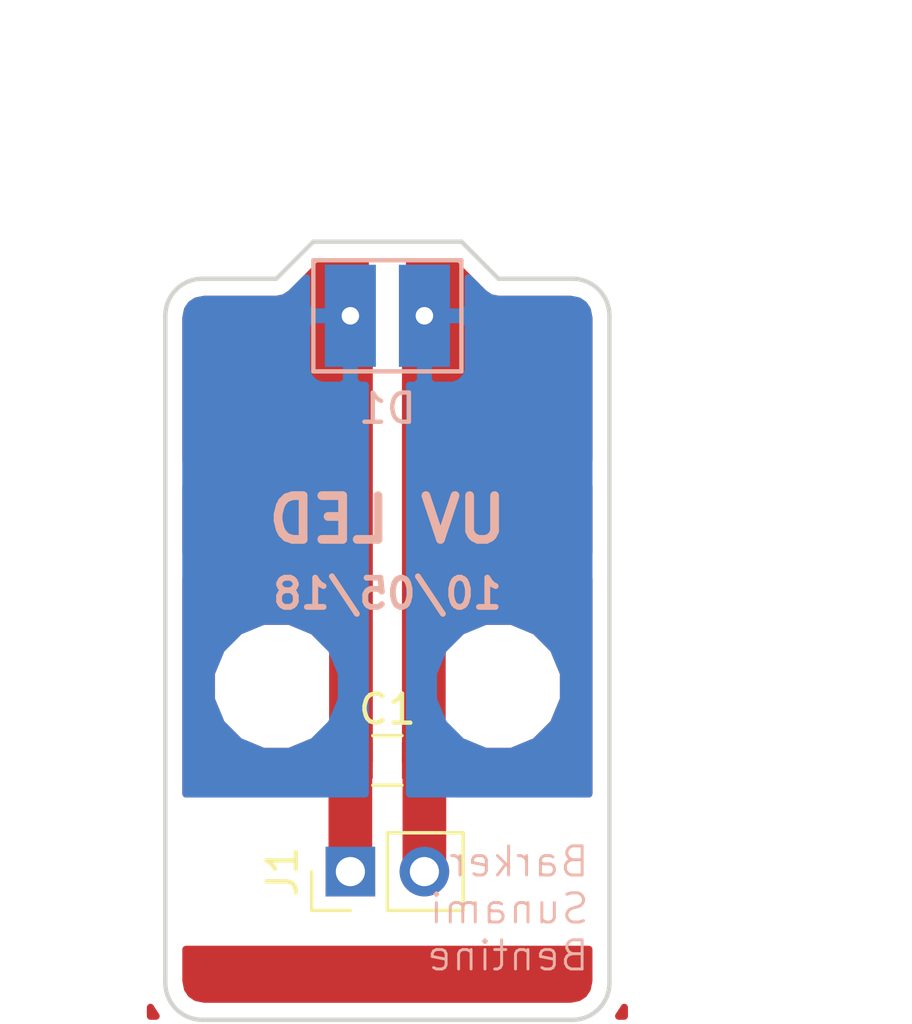
<source format=kicad_pcb>
(kicad_pcb (version 4) (host pcbnew 4.0.7)

  (general
    (links 4)
    (no_connects 0)
    (area 131.412857 74.77 166.6 109.295001)
    (thickness 1.6)
    (drawings 17)
    (tracks 11)
    (zones 0)
    (modules 5)
    (nets 3)
  )

  (page A4)
  (layers
    (0 F.Cu signal)
    (31 B.Cu signal)
    (32 B.Adhes user)
    (33 F.Adhes user)
    (34 B.Paste user)
    (35 F.Paste user)
    (36 B.SilkS user)
    (37 F.SilkS user)
    (38 B.Mask user)
    (39 F.Mask user)
    (40 Dwgs.User user)
    (41 Cmts.User user)
    (42 Eco1.User user)
    (43 Eco2.User user)
    (44 Edge.Cuts user)
    (45 Margin user)
    (46 B.CrtYd user)
    (47 F.CrtYd user)
    (48 B.Fab user)
    (49 F.Fab user)
  )

  (setup
    (last_trace_width 0.25)
    (trace_clearance 0.2)
    (zone_clearance 0.508)
    (zone_45_only no)
    (trace_min 0.2)
    (segment_width 0.2)
    (edge_width 0.15)
    (via_size 0.6)
    (via_drill 0.4)
    (via_min_size 0.4)
    (via_min_drill 0.3)
    (uvia_size 0.3)
    (uvia_drill 0.1)
    (uvias_allowed no)
    (uvia_min_size 0.2)
    (uvia_min_drill 0.1)
    (pcb_text_width 0.3)
    (pcb_text_size 1.5 1.5)
    (mod_edge_width 0.15)
    (mod_text_size 1 1)
    (mod_text_width 0.15)
    (pad_size 1.524 1.524)
    (pad_drill 0.762)
    (pad_to_mask_clearance 0.2)
    (aux_axis_origin 0 0)
    (visible_elements 7FFFFFFF)
    (pcbplotparams
      (layerselection 0x010f0_80000001)
      (usegerberextensions false)
      (excludeedgelayer true)
      (linewidth 0.100000)
      (plotframeref false)
      (viasonmask false)
      (mode 1)
      (useauxorigin false)
      (hpglpennumber 1)
      (hpglpenspeed 20)
      (hpglpendiameter 15)
      (hpglpenoverlay 2)
      (psnegative false)
      (psa4output false)
      (plotreference true)
      (plotvalue true)
      (plotinvisibletext false)
      (padsonsilk false)
      (subtractmaskfromsilk false)
      (outputformat 1)
      (mirror false)
      (drillshape 0)
      (scaleselection 1)
      (outputdirectory Output/))
  )

  (net 0 "")
  (net 1 +12V)
  (net 2 GND)

  (net_class Default "This is the default net class."
    (clearance 0.2)
    (trace_width 0.25)
    (via_dia 0.6)
    (via_drill 0.4)
    (uvia_dia 0.3)
    (uvia_drill 0.1)
  )

  (net_class PWR ""
    (clearance 0.2)
    (trace_width 1.5)
    (via_dia 1.5)
    (via_drill 0.6)
    (uvia_dia 0.3)
    (uvia_drill 0.1)
    (add_net +12V)
    (add_net GND)
  )

  (module Mounting_Holes:MountingHole_3.2mm_M3 (layer F.Cu) (tedit 5AF46400) (tstamp 5AF463E0)
    (at 140.97 97.79)
    (descr "Mounting Hole 3.2mm, no annular, M3")
    (tags "mounting hole 3.2mm no annular m3")
    (attr virtual)
    (fp_text reference REF** (at 0 -4.2) (layer F.SilkS) hide
      (effects (font (size 1 1) (thickness 0.15)))
    )
    (fp_text value MountingHole_3.2mm_M3 (at 0 4.2) (layer F.Fab)
      (effects (font (size 1 1) (thickness 0.15)))
    )
    (fp_text user %R (at 0.3 0) (layer F.Fab)
      (effects (font (size 1 1) (thickness 0.15)))
    )
    (fp_circle (center 0 0) (end 3.2 0) (layer Cmts.User) (width 0.15))
    (fp_circle (center 0 0) (end 3.45 0) (layer F.CrtYd) (width 0.05))
    (pad 1 np_thru_hole circle (at 0 0) (size 3.2 3.2) (drill 3.2) (layers *.Cu *.Mask))
  )

  (module Capacitors_SMD:C_0805_HandSoldering (layer F.Cu) (tedit 58AA84A8) (tstamp 5AF45EEF)
    (at 144.78 100.33)
    (descr "Capacitor SMD 0805, hand soldering")
    (tags "capacitor 0805")
    (path /5AF45B59)
    (attr smd)
    (fp_text reference C1 (at 0 -1.75) (layer F.SilkS)
      (effects (font (size 1 1) (thickness 0.15)))
    )
    (fp_text value 10u (at 0 1.75) (layer F.Fab)
      (effects (font (size 1 1) (thickness 0.15)))
    )
    (fp_text user %R (at 0 -1.75) (layer F.Fab)
      (effects (font (size 1 1) (thickness 0.15)))
    )
    (fp_line (start -1 0.62) (end -1 -0.62) (layer F.Fab) (width 0.1))
    (fp_line (start 1 0.62) (end -1 0.62) (layer F.Fab) (width 0.1))
    (fp_line (start 1 -0.62) (end 1 0.62) (layer F.Fab) (width 0.1))
    (fp_line (start -1 -0.62) (end 1 -0.62) (layer F.Fab) (width 0.1))
    (fp_line (start 0.5 -0.85) (end -0.5 -0.85) (layer F.SilkS) (width 0.12))
    (fp_line (start -0.5 0.85) (end 0.5 0.85) (layer F.SilkS) (width 0.12))
    (fp_line (start -2.25 -0.88) (end 2.25 -0.88) (layer F.CrtYd) (width 0.05))
    (fp_line (start -2.25 -0.88) (end -2.25 0.87) (layer F.CrtYd) (width 0.05))
    (fp_line (start 2.25 0.87) (end 2.25 -0.88) (layer F.CrtYd) (width 0.05))
    (fp_line (start 2.25 0.87) (end -2.25 0.87) (layer F.CrtYd) (width 0.05))
    (pad 1 smd rect (at -1.25 0) (size 1.5 1.25) (layers F.Cu F.Paste F.Mask)
      (net 1 +12V))
    (pad 2 smd rect (at 1.25 0) (size 1.5 1.25) (layers F.Cu F.Paste F.Mask)
      (net 2 GND))
    (model Capacitors_SMD.3dshapes/C_0805.wrl
      (at (xyz 0 0 0))
      (scale (xyz 1 1 1))
      (rotate (xyz 0 0 0))
    )
  )

  (module UVLed:890-3954 (layer B.Cu) (tedit 5AF461B7) (tstamp 5AF45EF9)
    (at 144.78 85.09)
    (path /5AF45D84)
    (fp_text reference D1 (at 0 3.175) (layer B.SilkS)
      (effects (font (size 1 1) (thickness 0.15)) (justify mirror))
    )
    (fp_text value UV (at -1.905 -3.175) (layer B.Fab)
      (effects (font (size 1 1) (thickness 0.15)) (justify mirror))
    )
    (fp_line (start -2.54 1.905) (end 2.54 1.905) (layer B.SilkS) (width 0.15))
    (fp_line (start 2.54 1.905) (end 2.54 -1.905) (layer B.SilkS) (width 0.15))
    (fp_line (start 2.54 -1.905) (end -2.54 -1.905) (layer B.SilkS) (width 0.15))
    (fp_line (start -2.54 -1.905) (end -2.54 1.905) (layer B.SilkS) (width 0.15))
    (pad 2 smd rect (at -1.27 0) (size 1.75 3.5) (layers B.Cu B.Paste B.Mask)
      (net 1 +12V))
    (pad 1 smd rect (at 1.27 0) (size 1.75 3.5) (layers B.Cu B.Paste B.Mask)
      (net 2 GND))
  )

  (module Pin_Headers:Pin_Header_Straight_1x02_Pitch2.54mm (layer F.Cu) (tedit 59650532) (tstamp 5AF45EFF)
    (at 143.51 104.14 90)
    (descr "Through hole straight pin header, 1x02, 2.54mm pitch, single row")
    (tags "Through hole pin header THT 1x02 2.54mm single row")
    (path /5AF45ACF)
    (fp_text reference J1 (at 0 -2.33 90) (layer F.SilkS)
      (effects (font (size 1 1) (thickness 0.15)))
    )
    (fp_text value Conn_01x02 (at 0 4.87 90) (layer F.Fab)
      (effects (font (size 1 1) (thickness 0.15)))
    )
    (fp_line (start -0.635 -1.27) (end 1.27 -1.27) (layer F.Fab) (width 0.1))
    (fp_line (start 1.27 -1.27) (end 1.27 3.81) (layer F.Fab) (width 0.1))
    (fp_line (start 1.27 3.81) (end -1.27 3.81) (layer F.Fab) (width 0.1))
    (fp_line (start -1.27 3.81) (end -1.27 -0.635) (layer F.Fab) (width 0.1))
    (fp_line (start -1.27 -0.635) (end -0.635 -1.27) (layer F.Fab) (width 0.1))
    (fp_line (start -1.33 3.87) (end 1.33 3.87) (layer F.SilkS) (width 0.12))
    (fp_line (start -1.33 1.27) (end -1.33 3.87) (layer F.SilkS) (width 0.12))
    (fp_line (start 1.33 1.27) (end 1.33 3.87) (layer F.SilkS) (width 0.12))
    (fp_line (start -1.33 1.27) (end 1.33 1.27) (layer F.SilkS) (width 0.12))
    (fp_line (start -1.33 0) (end -1.33 -1.33) (layer F.SilkS) (width 0.12))
    (fp_line (start -1.33 -1.33) (end 0 -1.33) (layer F.SilkS) (width 0.12))
    (fp_line (start -1.8 -1.8) (end -1.8 4.35) (layer F.CrtYd) (width 0.05))
    (fp_line (start -1.8 4.35) (end 1.8 4.35) (layer F.CrtYd) (width 0.05))
    (fp_line (start 1.8 4.35) (end 1.8 -1.8) (layer F.CrtYd) (width 0.05))
    (fp_line (start 1.8 -1.8) (end -1.8 -1.8) (layer F.CrtYd) (width 0.05))
    (fp_text user %R (at 0 1.27 180) (layer F.Fab)
      (effects (font (size 1 1) (thickness 0.15)))
    )
    (pad 1 thru_hole rect (at 0 0 90) (size 1.7 1.7) (drill 1) (layers *.Cu *.Mask)
      (net 1 +12V))
    (pad 2 thru_hole oval (at 0 2.54 90) (size 1.7 1.7) (drill 1) (layers *.Cu *.Mask)
      (net 2 GND))
    (model ${KISYS3DMOD}/Pin_Headers.3dshapes/Pin_Header_Straight_1x02_Pitch2.54mm.wrl
      (at (xyz 0 0 0))
      (scale (xyz 1 1 1))
      (rotate (xyz 0 0 0))
    )
  )

  (module Mounting_Holes:MountingHole_3.2mm_M3 (layer F.Cu) (tedit 5AF463FC) (tstamp 5AF463AD)
    (at 148.59 97.79)
    (descr "Mounting Hole 3.2mm, no annular, M3")
    (tags "mounting hole 3.2mm no annular m3")
    (attr virtual)
    (fp_text reference REF** (at 0 -4.2) (layer F.SilkS) hide
      (effects (font (size 1 1) (thickness 0.15)))
    )
    (fp_text value MountingHole_3.2mm_M3 (at 0 4.2) (layer F.Fab)
      (effects (font (size 1 1) (thickness 0.15)))
    )
    (fp_text user %R (at 0.3 0) (layer F.Fab)
      (effects (font (size 1 1) (thickness 0.15)))
    )
    (fp_circle (center 0 0) (end 3.2 0) (layer Cmts.User) (width 0.15))
    (fp_circle (center 0 0) (end 3.45 0) (layer F.CrtYd) (width 0.05))
    (pad 1 np_thru_hole circle (at 0 0) (size 3.2 3.2) (drill 3.2) (layers *.Cu *.Mask))
  )

  (gr_text "Barker\nSunami\nBentine" (at 151.765 105.41) (layer B.SilkS)
    (effects (font (size 1 1) (thickness 0.1)) (justify left mirror))
  )
  (gr_text 10/05/18 (at 144.78 94.615) (layer B.SilkS)
    (effects (font (size 1 1) (thickness 0.2)) (justify mirror))
  )
  (gr_text "UV LED" (at 144.78 92.075) (layer B.SilkS)
    (effects (font (size 1.5 1.5) (thickness 0.3)) (justify mirror))
  )
  (gr_line (start 152.4 85.09) (end 152.4 107.95) (angle 90) (layer Edge.Cuts) (width 0.15))
  (gr_line (start 137.16 85.09) (end 137.16 107.95) (angle 90) (layer Edge.Cuts) (width 0.15))
  (gr_line (start 142.24 82.55) (end 147.32 82.55) (angle 90) (layer Edge.Cuts) (width 0.15))
  (gr_line (start 148.59 83.82) (end 151.13 83.82) (angle 90) (layer Edge.Cuts) (width 0.15))
  (gr_line (start 147.32 82.55) (end 148.59 83.82) (angle 90) (layer Edge.Cuts) (width 0.15))
  (gr_line (start 138.43 83.82) (end 140.97 83.82) (angle 90) (layer Edge.Cuts) (width 0.15))
  (gr_line (start 140.97 83.82) (end 142.24 82.55) (angle 90) (layer Edge.Cuts) (width 0.15))
  (dimension 15.24 (width 0.3) (layer Dwgs.User)
    (gr_text "15.240 mm" (at 144.78 76.12) (layer Dwgs.User)
      (effects (font (size 1.5 1.5) (thickness 0.3)))
    )
    (feature1 (pts (xy 137.16 81.28) (xy 137.16 74.77)))
    (feature2 (pts (xy 152.4 81.28) (xy 152.4 74.77)))
    (crossbar (pts (xy 152.4 77.47) (xy 137.16 77.47)))
    (arrow1a (pts (xy 137.16 77.47) (xy 138.286504 76.883579)))
    (arrow1b (pts (xy 137.16 77.47) (xy 138.286504 78.056421)))
    (arrow2a (pts (xy 152.4 77.47) (xy 151.273496 76.883579)))
    (arrow2b (pts (xy 152.4 77.47) (xy 151.273496 78.056421)))
  )
  (dimension 26.67 (width 0.3) (layer Dwgs.User)
    (gr_text "26.670 mm" (at 160.1 95.885 270) (layer Dwgs.User)
      (effects (font (size 1.5 1.5) (thickness 0.3)))
    )
    (feature1 (pts (xy 154.94 109.22) (xy 161.45 109.22)))
    (feature2 (pts (xy 154.94 82.55) (xy 161.45 82.55)))
    (crossbar (pts (xy 158.75 82.55) (xy 158.75 109.22)))
    (arrow1a (pts (xy 158.75 109.22) (xy 158.163579 108.093496)))
    (arrow1b (pts (xy 158.75 109.22) (xy 159.336421 108.093496)))
    (arrow2a (pts (xy 158.75 82.55) (xy 158.163579 83.676504)))
    (arrow2b (pts (xy 158.75 82.55) (xy 159.336421 83.676504)))
  )
  (gr_line (start 151.13 109.22) (end 138.43 109.22) (angle 90) (layer Edge.Cuts) (width 0.15))
  (gr_arc (start 151.13 107.95) (end 152.4 107.95) (angle 90) (layer Edge.Cuts) (width 0.15))
  (gr_arc (start 138.43 107.95) (end 138.43 109.22) (angle 90) (layer Edge.Cuts) (width 0.15))
  (gr_arc (start 138.43 85.09) (end 137.16 85.09) (angle 90) (layer Edge.Cuts) (width 0.15))
  (gr_arc (start 151.13 85.09) (end 151.13 83.82) (angle 90) (layer Edge.Cuts) (width 0.15))

  (segment (start 143.53 100.33) (end 143.53 85.11) (width 1.5) (layer F.Cu) (net 1))
  (via (at 143.51 85.09) (size 1.5) (drill 0.6) (layers F.Cu B.Cu) (net 1))
  (segment (start 143.53 85.11) (end 143.51 85.09) (width 1.5) (layer F.Cu) (net 1) (tstamp 5AF4613D))
  (segment (start 143.51 104.14) (end 143.51 100.35) (width 1.5) (layer F.Cu) (net 1))
  (segment (start 143.51 100.35) (end 143.53 100.33) (width 1.5) (layer F.Cu) (net 1) (tstamp 5AF460F9))
  (segment (start 143.51 100.35) (end 143.53 100.33) (width 0.25) (layer F.Cu) (net 1) (tstamp 5AF460D8))
  (segment (start 146.03 100.33) (end 146.03 85.11) (width 1.5) (layer F.Cu) (net 2))
  (via (at 146.05 85.09) (size 1.5) (drill 0.6) (layers F.Cu B.Cu) (net 2))
  (segment (start 146.03 85.11) (end 146.05 85.09) (width 1.5) (layer F.Cu) (net 2) (tstamp 5AF46109))
  (segment (start 146.05 104.14) (end 146.05 100.35) (width 1.5) (layer F.Cu) (net 2))
  (segment (start 146.05 100.35) (end 146.03 100.33) (width 1.5) (layer F.Cu) (net 2) (tstamp 5AF460FD))

  (zone (net 2) (net_name GND) (layer B.Cu) (tstamp 5AF4620A) (hatch edge 0.508)
    (connect_pads (clearance 0.508))
    (min_thickness 0.254)
    (fill yes (arc_segments 16) (thermal_gap 0.508) (thermal_bridge_width 0.508))
    (polygon
      (pts
        (xy 145.415 81.915) (xy 145.415 101.6) (xy 153.67 101.6) (xy 153.67 81.915)
      )
    )
    (filled_polygon
      (pts
        (xy 148.087954 84.322046) (xy 148.318295 84.475954) (xy 148.59 84.53) (xy 151.06007 84.53) (xy 151.338979 84.585478)
        (xy 151.516145 84.703856) (xy 151.634521 84.881019) (xy 151.69 85.159931) (xy 151.69 101.473) (xy 145.542 101.473)
        (xy 145.542 98.232619) (xy 146.354613 98.232619) (xy 146.694155 99.054372) (xy 147.322321 99.683636) (xy 148.143481 100.024611)
        (xy 149.032619 100.025387) (xy 149.854372 99.685845) (xy 150.483636 99.057679) (xy 150.824611 98.236519) (xy 150.825387 97.347381)
        (xy 150.485845 96.525628) (xy 149.857679 95.896364) (xy 149.036519 95.555389) (xy 148.147381 95.554613) (xy 147.325628 95.894155)
        (xy 146.696364 96.522321) (xy 146.355389 97.343481) (xy 146.354613 98.232619) (xy 145.542 98.232619) (xy 145.542 87.475)
        (xy 145.76425 87.475) (xy 145.923 87.31625) (xy 145.923 85.217) (xy 146.177 85.217) (xy 146.177 87.31625)
        (xy 146.33575 87.475) (xy 147.051309 87.475) (xy 147.284698 87.378327) (xy 147.463327 87.199699) (xy 147.56 86.96631)
        (xy 147.56 85.37575) (xy 147.40125 85.217) (xy 146.177 85.217) (xy 145.923 85.217) (xy 145.903 85.217)
        (xy 145.903 84.963) (xy 145.923 84.963) (xy 145.923 84.943) (xy 146.177 84.943) (xy 146.177 84.963)
        (xy 147.40125 84.963) (xy 147.56 84.80425) (xy 147.56 83.794092)
      )
    )
  )
  (zone (net 1) (net_name +12V) (layer B.Cu) (tstamp 5AF4621A) (hatch edge 0.508)
    (connect_pads (clearance 0.508))
    (min_thickness 0.254)
    (fill yes (arc_segments 16) (thermal_gap 0.508) (thermal_bridge_width 0.508))
    (polygon
      (pts
        (xy 144.145 81.915) (xy 144.145 101.6) (xy 135.89 101.6) (xy 135.89 81.915)
      )
    )
    (filled_polygon
      (pts
        (xy 142 84.80425) (xy 142.15875 84.963) (xy 143.383 84.963) (xy 143.383 84.943) (xy 143.637 84.943)
        (xy 143.637 84.963) (xy 143.657 84.963) (xy 143.657 85.217) (xy 143.637 85.217) (xy 143.637 87.31625)
        (xy 143.79575 87.475) (xy 144.018 87.475) (xy 144.018 101.473) (xy 137.87 101.473) (xy 137.87 98.232619)
        (xy 138.734613 98.232619) (xy 139.074155 99.054372) (xy 139.702321 99.683636) (xy 140.523481 100.024611) (xy 141.412619 100.025387)
        (xy 142.234372 99.685845) (xy 142.863636 99.057679) (xy 143.204611 98.236519) (xy 143.205387 97.347381) (xy 142.865845 96.525628)
        (xy 142.237679 95.896364) (xy 141.416519 95.555389) (xy 140.527381 95.554613) (xy 139.705628 95.894155) (xy 139.076364 96.522321)
        (xy 138.735389 97.343481) (xy 138.734613 98.232619) (xy 137.87 98.232619) (xy 137.87 85.37575) (xy 142 85.37575)
        (xy 142 86.96631) (xy 142.096673 87.199699) (xy 142.275302 87.378327) (xy 142.508691 87.475) (xy 143.22425 87.475)
        (xy 143.383 87.31625) (xy 143.383 85.217) (xy 142.15875 85.217) (xy 142 85.37575) (xy 137.87 85.37575)
        (xy 137.87 85.15993) (xy 137.925478 84.881021) (xy 138.043856 84.703855) (xy 138.221019 84.585479) (xy 138.499931 84.53)
        (xy 140.97 84.53) (xy 141.241705 84.475954) (xy 141.472046 84.322046) (xy 142 83.794092)
      )
    )
  )
  (zone (net 0) (net_name "") (layer F.Cu) (tstamp 5AF4628C) (hatch edge 0.508)
    (connect_pads (clearance 0.508))
    (min_thickness 0.254)
    (fill yes (arc_segments 16) (thermal_gap 0.508) (thermal_bridge_width 0.508))
    (polygon
      (pts
        (xy 142.24 93.345) (xy 137.16 93.345) (xy 137.16 90.805) (xy 142.24 90.805)
      )
    )
    (filled_polygon
      (pts
        (xy 142.113 93.218) (xy 137.87 93.218) (xy 137.87 90.932) (xy 142.113 90.932)
      )
    )
  )
  (zone (net 0) (net_name "") (layer F.Cu) (tstamp 5AF4629A) (hatch edge 0.508)
    (connect_pads (clearance 0.508))
    (min_thickness 0.254)
    (fill yes (arc_segments 16) (thermal_gap 0.508) (thermal_bridge_width 0.508))
    (polygon
      (pts
        (xy 152.4 93.345) (xy 147.32 93.345) (xy 147.32 90.805) (xy 152.4 90.805)
      )
    )
    (filled_polygon
      (pts
        (xy 151.69 93.218) (xy 147.447 93.218) (xy 147.447 90.932) (xy 151.69 90.932)
      )
    )
  )
  (zone (net 0) (net_name "") (layer F.Mask) (tstamp 5AF462B4) (hatch edge 0.508)
    (connect_pads (clearance 0.508))
    (min_thickness 0.254)
    (fill yes (arc_segments 16) (thermal_gap 0.508) (thermal_bridge_width 0.508))
    (polygon
      (pts
        (xy 152.4 93.345) (xy 147.32 93.345) (xy 147.32 90.805) (xy 152.4 90.805)
      )
    )
    (filled_polygon
      (pts
        (xy 152.273 93.218) (xy 147.447 93.218) (xy 147.447 90.932) (xy 152.273 90.932)
      )
    )
  )
  (zone (net 0) (net_name "") (layer F.Mask) (tstamp 5AF462BB) (hatch edge 0.508)
    (connect_pads (clearance 0.508))
    (min_thickness 0.254)
    (fill yes (arc_segments 16) (thermal_gap 0.508) (thermal_bridge_width 0.508))
    (polygon
      (pts
        (xy 137.16 90.805) (xy 142.24 90.805) (xy 142.24 93.345) (xy 137.16 93.345)
      )
    )
    (filled_polygon
      (pts
        (xy 142.113 93.218) (xy 137.287 93.218) (xy 137.287 90.932) (xy 142.113 90.932)
      )
    )
  )
  (zone (net 0) (net_name "") (layer F.Cu) (tstamp 5AF462F6) (hatch edge 0.508)
    (connect_pads (clearance 0.508))
    (min_thickness 0.254)
    (fill yes (arc_segments 16) (thermal_gap 0.508) (thermal_bridge_width 0.508))
    (polygon
      (pts
        (xy 137.795 106.68) (xy 136.525 106.68) (xy 136.525 109.22) (xy 153.035 109.22) (xy 153.035 106.68)
      )
    )
    (filled_polygon
      (pts
        (xy 136.666329 108.830462) (xy 136.841751 109.093) (xy 136.652 109.093) (xy 136.652 108.795868)
      )
    )
    (filled_polygon
      (pts
        (xy 152.908 109.093) (xy 152.718249 109.093) (xy 152.893671 108.830463) (xy 152.908 108.79587)
      )
    )
    (filled_polygon
      (pts
        (xy 151.69 107.880069) (xy 151.634521 108.158981) (xy 151.516145 108.336144) (xy 151.338979 108.454522) (xy 151.06007 108.51)
        (xy 138.499931 108.51) (xy 138.221019 108.454521) (xy 138.043856 108.336145) (xy 137.925478 108.158979) (xy 137.87 107.88007)
        (xy 137.87 106.807) (xy 151.69 106.807)
      )
    )
  )
  (zone (net 0) (net_name "") (layer F.Mask) (tstamp 5AF4631E) (hatch edge 0.508)
    (connect_pads (clearance 0.508))
    (min_thickness 0.254)
    (fill yes (arc_segments 16) (thermal_gap 0.508) (thermal_bridge_width 0.508))
    (polygon
      (pts
        (xy 136.525 106.68) (xy 136.525 109.22) (xy 153.035 109.22) (xy 153.035 106.68)
      )
    )
    (filled_polygon
      (pts
        (xy 152.908 109.093) (xy 136.652 109.093) (xy 136.652 106.807) (xy 152.908 106.807)
      )
    )
  )
  (zone (net 2) (net_name GND) (layer F.Cu) (tstamp 5AF4634D) (hatch edge 0.508)
    (connect_pads (clearance 0.508))
    (min_thickness 0.254)
    (fill yes (arc_segments 16) (thermal_gap 0.508) (thermal_bridge_width 0.508))
    (polygon
      (pts
        (xy 145.415 81.915) (xy 153.67 81.915) (xy 153.67 90.17) (xy 146.685 90.17) (xy 146.685 93.98)
        (xy 153.67 93.98) (xy 153.67 101.6) (xy 145.415 101.6)
      )
    )
    (filled_polygon
      (pts
        (xy 148.087954 84.322046) (xy 148.318295 84.475954) (xy 148.59 84.53) (xy 151.06007 84.53) (xy 151.338979 84.585478)
        (xy 151.516145 84.703856) (xy 151.634521 84.881019) (xy 151.69 85.159931) (xy 151.69 90.043) (xy 146.685 90.043)
        (xy 146.63559 90.053006) (xy 146.593965 90.081447) (xy 146.566685 90.123841) (xy 146.558 90.17) (xy 146.558 93.98)
        (xy 146.568006 94.02941) (xy 146.596447 94.071035) (xy 146.638841 94.098315) (xy 146.685 94.107) (xy 151.69 94.107)
        (xy 151.69 101.473) (xy 147.160025 101.473) (xy 147.318327 101.314699) (xy 147.415 101.08131) (xy 147.415 100.61575)
        (xy 147.25625 100.457) (xy 146.157 100.457) (xy 146.157 100.477) (xy 145.903 100.477) (xy 145.903 100.457)
        (xy 145.883 100.457) (xy 145.883 100.203) (xy 145.903 100.203) (xy 145.903 99.22875) (xy 146.157 99.22875)
        (xy 146.157 100.203) (xy 147.25625 100.203) (xy 147.415 100.04425) (xy 147.415 99.72212) (xy 148.143481 100.024611)
        (xy 149.032619 100.025387) (xy 149.854372 99.685845) (xy 150.483636 99.057679) (xy 150.824611 98.236519) (xy 150.825387 97.347381)
        (xy 150.485845 96.525628) (xy 149.857679 95.896364) (xy 149.036519 95.555389) (xy 148.147381 95.554613) (xy 147.325628 95.894155)
        (xy 146.696364 96.522321) (xy 146.355389 97.343481) (xy 146.354613 98.232619) (xy 146.694155 99.054372) (xy 146.709756 99.07)
        (xy 146.31575 99.07) (xy 146.157 99.22875) (xy 145.903 99.22875) (xy 145.74425 99.07) (xy 145.542 99.07)
        (xy 145.542 83.26) (xy 147.025908 83.26)
      )
    )
  )
  (zone (net 1) (net_name +12V) (layer F.Cu) (tstamp 5AF46363) (hatch edge 0.508)
    (connect_pads (clearance 0.508))
    (min_thickness 0.254)
    (fill yes (arc_segments 16) (thermal_gap 0.508) (thermal_bridge_width 0.508))
    (polygon
      (pts
        (xy 144.145 81.915) (xy 135.89 81.915) (xy 135.89 90.17) (xy 142.875 90.17) (xy 142.875 93.98)
        (xy 135.89 93.98) (xy 135.89 101.6) (xy 144.145 101.6)
      )
    )
    (filled_polygon
      (pts
        (xy 144.018 99.07) (xy 143.81575 99.07) (xy 143.657 99.22875) (xy 143.657 100.203) (xy 143.677 100.203)
        (xy 143.677 100.457) (xy 143.657 100.457) (xy 143.657 100.477) (xy 143.403 100.477) (xy 143.403 100.457)
        (xy 142.30375 100.457) (xy 142.145 100.61575) (xy 142.145 101.08131) (xy 142.241673 101.314699) (xy 142.399975 101.473)
        (xy 137.87 101.473) (xy 137.87 98.232619) (xy 138.734613 98.232619) (xy 139.074155 99.054372) (xy 139.702321 99.683636)
        (xy 140.523481 100.024611) (xy 141.412619 100.025387) (xy 142.145 99.722773) (xy 142.145 100.04425) (xy 142.30375 100.203)
        (xy 143.403 100.203) (xy 143.403 99.22875) (xy 143.24425 99.07) (xy 142.851293 99.07) (xy 142.863636 99.057679)
        (xy 143.204611 98.236519) (xy 143.205387 97.347381) (xy 142.865845 96.525628) (xy 142.237679 95.896364) (xy 141.416519 95.555389)
        (xy 140.527381 95.554613) (xy 139.705628 95.894155) (xy 139.076364 96.522321) (xy 138.735389 97.343481) (xy 138.734613 98.232619)
        (xy 137.87 98.232619) (xy 137.87 94.107) (xy 142.875 94.107) (xy 142.92441 94.096994) (xy 142.966035 94.068553)
        (xy 142.993315 94.026159) (xy 143.002 93.98) (xy 143.002 90.17) (xy 142.991994 90.12059) (xy 142.963553 90.078965)
        (xy 142.921159 90.051685) (xy 142.875 90.043) (xy 137.87 90.043) (xy 137.87 85.15993) (xy 137.925478 84.881021)
        (xy 138.043856 84.703855) (xy 138.221019 84.585479) (xy 138.499931 84.53) (xy 140.97 84.53) (xy 141.241705 84.475954)
        (xy 141.472046 84.322046) (xy 142.534092 83.26) (xy 144.018 83.26)
      )
    )
  )
)

</source>
